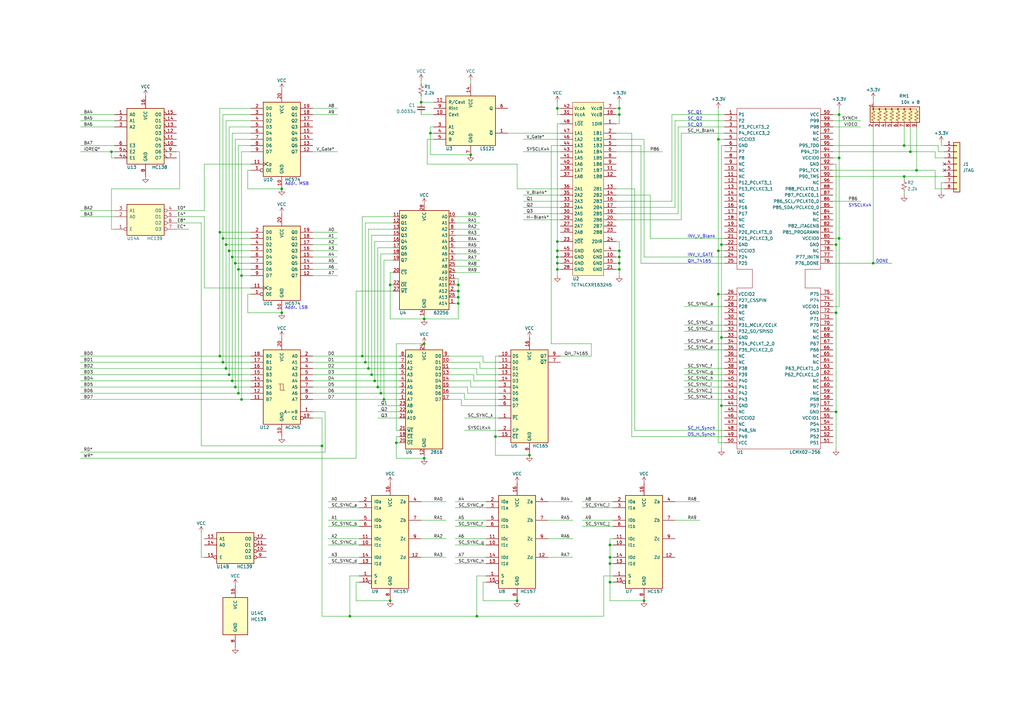
<source format=kicad_sch>
(kicad_sch (version 20211123) (generator eeschema)
  (paper "A3")
  (junction (at 295.91 166.37))
  (junction (at 344.17 46.99))
  (junction (at 254 105.41))
  (junction (at 358.14 107.95))
  (junction (at 294.64 102.87))
  (junction (at 254 110.49))
  (junction (at 294.64 57.15))
  (junction (at 373.38 62.23))
  (junction (at 193.04 63.5))
  (junction (at 96.52 107.95))
  (junction (at 250.19 223.52))
  (junction (at 176.53 54.61))
  (junction (at 95.25 156.21))
  (junction (at 93.98 102.87))
  (junction (at 203.2 179.07))
  (junction (at 375.92 69.85))
  (junction (at 250.19 238.76))
  (junction (at 97.79 161.29))
  (junction (at 160.02 246.38))
  (junction (at 212.09 246.38))
  (junction (at 342.9 128.27))
  (junction (at 91.44 97.79))
  (junction (at 228.6 105.41))
  (junction (at 153.67 156.21))
  (junction (at 250.19 231.14))
  (junction (at 93.98 153.67))
  (junction (at 344.17 97.79))
  (junction (at 187.96 121.92))
  (junction (at 154.94 158.75))
  (junction (at 96.52 158.75))
  (junction (at 228.6 107.95))
  (junction (at 342.9 168.91))
  (junction (at 344.17 64.77))
  (junction (at 99.06 163.83))
  (junction (at 187.96 116.84))
  (junction (at 173.99 187.96))
  (junction (at 90.17 95.25))
  (junction (at 370.84 72.39))
  (junction (at 217.17 186.69))
  (junction (at 152.4 153.67))
  (junction (at 157.48 163.83))
  (junction (at 92.71 100.33))
  (junction (at 156.21 161.29))
  (junction (at 172.72 41.91))
  (junction (at 148.59 146.05))
  (junction (at 92.71 151.13))
  (junction (at 250.19 228.6))
  (junction (at 162.56 181.61))
  (junction (at 195.58 252.73))
  (junction (at 254 46.99))
  (junction (at 228.6 110.49))
  (junction (at 254 107.95))
  (junction (at 143.51 252.73))
  (junction (at 160.02 116.84))
  (junction (at 90.17 146.05))
  (junction (at 97.79 110.49))
  (junction (at 264.16 246.38))
  (junction (at 173.99 130.81))
  (junction (at 228.6 102.87))
  (junction (at 95.25 105.41))
  (junction (at 151.13 151.13))
  (junction (at 115.57 128.27))
  (junction (at 187.96 119.38))
  (junction (at 149.86 148.59))
  (junction (at 115.57 77.47))
  (junction (at 295.91 100.33))
  (junction (at 228.6 99.06))
  (junction (at 370.84 59.69))
  (junction (at 342.9 100.33))
  (junction (at 254 44.45))
  (junction (at 91.44 148.59))
  (junction (at 295.91 138.43))
  (junction (at 45.72 62.23))
  (junction (at 99.06 113.03))
  (junction (at 187.96 124.46))
  (junction (at 294.64 120.65))
  (junction (at 132.08 182.88))
  (junction (at 254 102.87))
  (junction (at 228.6 44.45))
  (junction (at 173.99 140.97))
  (no_connect (at 387.35 67.31))
  (no_connect (at 387.35 69.85))
  (wire (pts (xy 250.19 223.52) (xy 250.19 228.6)))
  (wire (pts (xy 97.79 110.49) (xy 97.79 161.29)))
  (wire (pts (xy 91.44 97.79) (xy 102.87 97.79)))
  (wire (pts (xy 161.29 111.76) (xy 160.02 111.76)))
  (wire (pts (xy 186.69 205.74) (xy 199.39 205.74)))
  (wire (pts (xy 161.29 104.14) (xy 156.21 104.14)))
  (wire (pts (xy 172.72 220.98) (xy 182.88 220.98)))
  (wire (pts (xy 97.79 110.49) (xy 102.87 110.49)))
  (wire (pts (xy 147.32 238.76) (xy 146.05 238.76)))
  (wire (pts (xy 370.84 72.39) (xy 387.35 72.39)))
  (wire (pts (xy 194.31 153.67) (xy 194.31 156.21)))
  (wire (pts (xy 297.18 46.99) (xy 275.59 46.99)))
  (wire (pts (xy 198.12 238.76) (xy 198.12 246.38)))
  (wire (pts (xy 252.73 99.06) (xy 254 99.06)))
  (wire (pts (xy 297.18 138.43) (xy 295.91 138.43)))
  (wire (pts (xy 229.87 146.05) (xy 242.57 146.05)))
  (wire (pts (xy 154.94 171.45) (xy 163.83 171.45)))
  (wire (pts (xy 97.79 110.49) (xy 97.79 59.69)))
  (wire (pts (xy 204.47 146.05) (xy 203.2 146.05)))
  (wire (pts (xy 264.16 105.41) (xy 297.18 105.41)))
  (wire (pts (xy 252.73 50.8) (xy 254 50.8)))
  (wire (pts (xy 341.63 52.07) (xy 353.06 52.07)))
  (wire (pts (xy 187.96 121.92) (xy 187.96 124.46)))
  (wire (pts (xy 177.8 57.15) (xy 175.26 57.15)))
  (wire (pts (xy 45.72 62.23) (xy 45.72 64.77)))
  (wire (pts (xy 262.89 107.95) (xy 297.18 107.95)))
  (wire (pts (xy 342.9 100.33) (xy 341.63 100.33)))
  (wire (pts (xy 295.91 100.33) (xy 295.91 138.43)))
  (wire (pts (xy 341.63 69.85) (xy 375.92 69.85)))
  (wire (pts (xy 370.84 72.39) (xy 370.84 73.66)))
  (wire (pts (xy 148.59 146.05) (xy 163.83 146.05)))
  (wire (pts (xy 45.72 77.47) (xy 45.72 93.98)))
  (wire (pts (xy 128.27 46.99) (xy 138.43 46.99)))
  (wire (pts (xy 186.69 116.84) (xy 187.96 116.84)))
  (wire (pts (xy 187.96 114.3) (xy 187.96 116.84)))
  (wire (pts (xy 251.46 220.98) (xy 250.19 220.98)))
  (wire (pts (xy 342.9 168.91) (xy 342.9 128.27)))
  (wire (pts (xy 341.63 168.91) (xy 342.9 168.91)))
  (wire (pts (xy 228.6 99.06) (xy 228.6 102.87)))
  (wire (pts (xy 134.62 208.28) (xy 147.32 208.28)))
  (wire (pts (xy 212.09 77.47) (xy 212.09 67.31)))
  (wire (pts (xy 33.02 151.13) (xy 92.71 151.13)))
  (wire (pts (xy 186.69 215.9) (xy 199.39 215.9)))
  (wire (pts (xy 280.67 161.29) (xy 297.18 161.29)))
  (wire (pts (xy 187.96 130.81) (xy 173.99 130.81)))
  (wire (pts (xy 228.6 50.8) (xy 228.6 99.06)))
  (wire (pts (xy 102.87 163.83) (xy 99.06 163.83)))
  (wire (pts (xy 45.72 62.23) (xy 46.99 62.23)))
  (wire (pts (xy 152.4 153.67) (xy 163.83 153.67)))
  (wire (pts (xy 294.64 120.65) (xy 297.18 120.65)))
  (wire (pts (xy 153.67 156.21) (xy 163.83 156.21)))
  (wire (pts (xy 184.15 148.59) (xy 196.85 148.59)))
  (wire (pts (xy 91.44 46.99) (xy 91.44 97.79)))
  (wire (pts (xy 173.99 130.81) (xy 173.99 129.54)))
  (wire (pts (xy 90.17 95.25) (xy 102.87 95.25)))
  (wire (pts (xy 276.86 205.74) (xy 287.02 205.74)))
  (wire (pts (xy 172.72 228.6) (xy 182.88 228.6)))
  (wire (pts (xy 90.17 44.45) (xy 102.87 44.45)))
  (wire (pts (xy 224.79 213.36) (xy 234.95 213.36)))
  (wire (pts (xy 294.64 181.61) (xy 294.64 120.65)))
  (wire (pts (xy 99.06 113.03) (xy 99.06 62.23)))
  (wire (pts (xy 186.69 213.36) (xy 199.39 213.36)))
  (wire (pts (xy 162.56 176.53) (xy 162.56 140.97)))
  (wire (pts (xy 384.81 62.23) (xy 387.35 62.23)))
  (wire (pts (xy 186.69 220.98) (xy 199.39 220.98)))
  (wire (pts (xy 242.57 140.97) (xy 242.57 146.05)))
  (wire (pts (xy 278.13 52.07) (xy 278.13 87.63)))
  (wire (pts (xy 186.69 99.06) (xy 196.85 99.06)))
  (wire (pts (xy 280.67 163.83) (xy 297.18 163.83)))
  (wire (pts (xy 163.83 179.07) (xy 162.56 179.07)))
  (wire (pts (xy 250.19 238.76) (xy 250.19 246.38)))
  (wire (pts (xy 186.69 208.28) (xy 199.39 208.28)))
  (wire (pts (xy 195.58 252.73) (xy 247.65 252.73)))
  (wire (pts (xy 91.44 97.79) (xy 91.44 148.59)))
  (wire (pts (xy 102.87 161.29) (xy 97.79 161.29)))
  (wire (pts (xy 280.67 151.13) (xy 297.18 151.13)))
  (wire (pts (xy 186.69 101.6) (xy 196.85 101.6)))
  (wire (pts (xy 83.82 86.36) (xy 83.82 67.31)))
  (wire (pts (xy 344.17 125.73) (xy 344.17 97.79)))
  (wire (pts (xy 186.69 111.76) (xy 196.85 111.76)))
  (wire (pts (xy 95.25 105.41) (xy 102.87 105.41)))
  (wire (pts (xy 214.63 82.55) (xy 229.87 82.55)))
  (wire (pts (xy 161.29 106.68) (xy 157.48 106.68)))
  (wire (pts (xy 383.54 62.23) (xy 383.54 64.77)))
  (wire (pts (xy 344.17 64.77) (xy 344.17 46.99)))
  (wire (pts (xy 250.19 231.14) (xy 251.46 231.14)))
  (wire (pts (xy 176.53 52.07) (xy 176.53 54.61)))
  (wire (pts (xy 262.89 59.69) (xy 262.89 107.95)))
  (wire (pts (xy 373.38 62.23) (xy 383.54 62.23)))
  (wire (pts (xy 101.6 120.65) (xy 102.87 120.65)))
  (wire (pts (xy 229.87 77.47) (xy 212.09 77.47)))
  (wire (pts (xy 208.28 54.61) (xy 229.87 54.61)))
  (wire (pts (xy 128.27 158.75) (xy 154.94 158.75)))
  (wire (pts (xy 276.86 85.09) (xy 276.86 49.53)))
  (wire (pts (xy 228.6 107.95) (xy 228.6 110.49)))
  (wire (pts (xy 190.5 171.45) (xy 204.47 171.45)))
  (wire (pts (xy 134.62 213.36) (xy 147.32 213.36)))
  (wire (pts (xy 186.69 124.46) (xy 187.96 124.46)))
  (wire (pts (xy 93.98 52.07) (xy 93.98 102.87)))
  (wire (pts (xy 186.69 231.14) (xy 199.39 231.14)))
  (wire (pts (xy 33.02 158.75) (xy 96.52 158.75)))
  (wire (pts (xy 184.15 161.29) (xy 190.5 161.29)))
  (wire (pts (xy 146.05 119.38) (xy 146.05 187.96)))
  (wire (pts (xy 147.32 236.22) (xy 143.51 236.22)))
  (wire (pts (xy 33.02 187.96) (xy 146.05 187.96)))
  (wire (pts (xy 297.18 52.07) (xy 278.13 52.07)))
  (wire (pts (xy 295.91 166.37) (xy 297.18 166.37)))
  (wire (pts (xy 161.29 93.98) (xy 151.13 93.98)))
  (wire (pts (xy 344.17 46.99) (xy 341.63 46.99)))
  (wire (pts (xy 151.13 93.98) (xy 151.13 151.13)))
  (wire (pts (xy 143.51 236.22) (xy 143.51 252.73)))
  (wire (pts (xy 228.6 99.06) (xy 229.87 99.06)))
  (wire (pts (xy 97.79 59.69) (xy 102.87 59.69)))
  (wire (pts (xy 83.82 67.31) (xy 102.87 67.31)))
  (wire (pts (xy 259.08 54.61) (xy 259.08 179.07)))
  (wire (pts (xy 128.27 95.25) (xy 138.43 95.25)))
  (wire (pts (xy 101.6 128.27) (xy 115.57 128.27)))
  (wire (pts (xy 203.2 179.07) (xy 203.2 186.69)))
  (wire (pts (xy 259.08 179.07) (xy 297.18 179.07)))
  (wire (pts (xy 294.64 102.87) (xy 297.18 102.87)))
  (wire (pts (xy 46.99 64.77) (xy 45.72 64.77)))
  (wire (pts (xy 252.73 54.61) (xy 259.08 54.61)))
  (wire (pts (xy 280.67 135.89) (xy 297.18 135.89)))
  (wire (pts (xy 134.62 215.9) (xy 147.32 215.9)))
  (wire (pts (xy 247.65 236.22) (xy 247.65 252.73)))
  (wire (pts (xy 83.82 228.6) (xy 82.55 228.6)))
  (wire (pts (xy 341.63 107.95) (xy 358.14 107.95)))
  (wire (pts (xy 92.71 100.33) (xy 92.71 151.13)))
  (wire (pts (xy 341.63 125.73) (xy 344.17 125.73)))
  (wire (pts (xy 250.19 220.98) (xy 250.19 223.52)))
  (wire (pts (xy 102.87 156.21) (xy 95.25 156.21)))
  (wire (pts (xy 128.27 113.03) (xy 138.43 113.03)))
  (wire (pts (xy 73.66 77.47) (xy 45.72 77.47)))
  (wire (pts (xy 252.73 82.55) (xy 275.59 82.55)))
  (wire (pts (xy 128.27 163.83) (xy 157.48 163.83)))
  (wire (pts (xy 33.02 86.36) (xy 46.99 86.36)))
  (wire (pts (xy 344.17 97.79) (xy 341.63 97.79)))
  (wire (pts (xy 184.15 163.83) (xy 189.23 163.83)))
  (wire (pts (xy 134.62 220.98) (xy 147.32 220.98)))
  (wire (pts (xy 176.53 54.61) (xy 177.8 54.61)))
  (wire (pts (xy 228.6 105.41) (xy 229.87 105.41)))
  (wire (pts (xy 238.76 215.9) (xy 251.46 215.9)))
  (wire (pts (xy 266.7 97.79) (xy 266.7 80.01)))
  (wire (pts (xy 186.69 96.52) (xy 196.85 96.52)))
  (wire (pts (xy 370.84 80.01) (xy 370.84 78.74)))
  (wire (pts (xy 33.02 59.69) (xy 46.99 59.69)))
  (wire (pts (xy 195.58 236.22) (xy 195.58 252.73)))
  (wire (pts (xy 92.71 100.33) (xy 102.87 100.33)))
  (wire (pts (xy 92.71 49.53) (xy 102.87 49.53)))
  (wire (pts (xy 177.8 52.07) (xy 176.53 52.07)))
  (wire (pts (xy 149.86 148.59) (xy 163.83 148.59)))
  (wire (pts (xy 156.21 104.14) (xy 156.21 161.29)))
  (wire (pts (xy 184.15 156.21) (xy 193.04 156.21)))
  (wire (pts (xy 342.9 168.91) (xy 342.9 184.15)))
  (wire (pts (xy 228.6 102.87) (xy 228.6 105.41)))
  (wire (pts (xy 143.51 252.73) (xy 195.58 252.73)))
  (wire (pts (xy 358.14 107.95) (xy 365.76 107.95)))
  (wire (pts (xy 383.54 64.77) (xy 387.35 64.77)))
  (wire (pts (xy 238.76 208.28) (xy 251.46 208.28)))
  (wire (pts (xy 199.39 238.76) (xy 198.12 238.76)))
  (wire (pts (xy 133.35 168.91) (xy 133.35 185.42)))
  (wire (pts (xy 254 41.91) (xy 254 44.45)))
  (wire (pts (xy 161.29 96.52) (xy 152.4 96.52)))
  (wire (pts (xy 156.21 161.29) (xy 163.83 161.29)))
  (wire (pts (xy 275.59 46.99) (xy 275.59 82.55)))
  (wire (pts (xy 370.84 52.07) (xy 370.84 59.69)))
  (wire (pts (xy 146.05 238.76) (xy 146.05 246.38)))
  (wire (pts (xy 33.02 163.83) (xy 99.06 163.83)))
  (wire (pts (xy 280.67 125.73) (xy 297.18 125.73)))
  (wire (pts (xy 33.02 88.9) (xy 46.99 88.9)))
  (wire (pts (xy 279.4 54.61) (xy 297.18 54.61)))
  (wire (pts (xy 186.69 223.52) (xy 199.39 223.52)))
  (wire (pts (xy 260.35 77.47) (xy 260.35 176.53)))
  (wire (pts (xy 172.72 213.36) (xy 182.88 213.36)))
  (wire (pts (xy 33.02 62.23) (xy 45.72 62.23)))
  (wire (pts (xy 73.66 62.23) (xy 73.66 77.47)))
  (wire (pts (xy 294.64 102.87) (xy 294.64 120.65)))
  (wire (pts (xy 148.59 88.9) (xy 148.59 146.05)))
  (wire (pts (xy 33.02 52.07) (xy 46.99 52.07)))
  (wire (pts (xy 228.6 46.99) (xy 229.87 46.99)))
  (wire (pts (xy 193.04 158.75) (xy 204.47 158.75)))
  (wire (pts (xy 295.91 59.69) (xy 295.91 100.33)))
  (wire (pts (xy 96.52 158.75) (xy 102.87 158.75)))
  (wire (pts (xy 153.67 99.06) (xy 153.67 156.21)))
  (wire (pts (xy 128.27 62.23) (xy 138.43 62.23)))
  (wire (pts (xy 342.9 128.27) (xy 341.63 128.27)))
  (wire (pts (xy 229.87 50.8) (xy 228.6 50.8)))
  (wire (pts (xy 96.52 107.95) (xy 102.87 107.95)))
  (wire (pts (xy 176.53 63.5) (xy 193.04 63.5)))
  (wire (pts (xy 229.87 59.69) (xy 226.06 59.69)))
  (wire (pts (xy 132.08 171.45) (xy 132.08 182.88)))
  (wire (pts (xy 190.5 161.29) (xy 190.5 163.83)))
  (wire (pts (xy 264.16 57.15) (xy 264.16 105.41)))
  (wire (pts (xy 251.46 238.76) (xy 250.19 238.76)))
  (wire (pts (xy 279.4 54.61) (xy 279.4 90.17)))
  (wire (pts (xy 344.17 44.45) (xy 344.17 46.99)))
  (wire (pts (xy 226.06 59.69) (xy 226.06 140.97)))
  (wire (pts (xy 214.63 57.15) (xy 229.87 57.15)))
  (wire (pts (xy 162.56 187.96) (xy 173.99 187.96)))
  (wire (pts (xy 224.79 205.74) (xy 234.95 205.74)))
  (wire (pts (xy 154.94 101.6) (xy 154.94 158.75)))
  (wire (pts (xy 189.23 166.37) (xy 204.47 166.37)))
  (wire (pts (xy 184.15 146.05) (xy 198.12 146.05)))
  (wire (pts (xy 162.56 179.07) (xy 162.56 181.61)))
  (wire (pts (xy 254 99.06) (xy 254 102.87)))
  (wire (pts (xy 252.73 110.49) (xy 254 110.49)))
  (wire (pts (xy 72.39 86.36) (xy 83.82 86.36)))
  (wire (pts (xy 295.91 166.37) (xy 295.91 184.15)))
  (wire (pts (xy 101.6 69.85) (xy 102.87 69.85)))
  (wire (pts (xy 187.96 124.46) (xy 187.96 130.81)))
  (wire (pts (xy 90.17 95.25) (xy 90.17 146.05)))
  (wire (pts (xy 280.67 153.67) (xy 297.18 153.67)))
  (wire (pts (xy 254 107.95) (xy 254 110.49)))
  (wire (pts (xy 161.29 99.06) (xy 153.67 99.06)))
  (wire (pts (xy 132.08 252.73) (xy 143.51 252.73)))
  (wire (pts (xy 172.72 205.74) (xy 182.88 205.74)))
  (wire (pts (xy 157.48 106.68) (xy 157.48 163.83)))
  (wire (pts (xy 162.56 181.61) (xy 162.56 187.96)))
  (wire (pts (xy 279.4 90.17) (xy 252.73 90.17)))
  (wire (pts (xy 203.2 179.07) (xy 204.47 179.07)))
  (wire (pts (xy 276.86 213.36) (xy 287.02 213.36)))
  (wire (pts (xy 250.19 228.6) (xy 250.19 231.14)))
  (wire (pts (xy 195.58 151.13) (xy 195.58 153.67)))
  (wire (pts (xy 186.69 93.98) (xy 196.85 93.98)))
  (wire (pts (xy 294.64 44.45) (xy 294.64 57.15)))
  (wire (pts (xy 82.55 218.44) (xy 82.55 228.6)))
  (wire (pts (xy 186.69 104.14) (xy 196.85 104.14)))
  (wire (pts (xy 186.69 121.92) (xy 187.96 121.92)))
  (wire (pts (xy 128.27 151.13) (xy 151.13 151.13)))
  (wire (pts (xy 33.02 49.53) (xy 46.99 49.53)))
  (wire (pts (xy 191.77 161.29) (xy 204.47 161.29)))
  (wire (pts (xy 33.02 148.59) (xy 91.44 148.59)))
  (wire (pts (xy 186.69 114.3) (xy 187.96 114.3)))
  (wire (pts (xy 95.25 105.41) (xy 95.25 54.61)))
  (wire (pts (xy 184.15 158.75) (xy 191.77 158.75)))
  (wire (pts (xy 196.85 151.13) (xy 204.47 151.13)))
  (wire (pts (xy 214.63 80.01) (xy 229.87 80.01)))
  (wire (pts (xy 195.58 153.67) (xy 204.47 153.67)))
  (wire (pts (xy 254 46.99) (xy 254 50.8)))
  (wire (pts (xy 250.19 231.14) (xy 250.19 238.76)))
  (wire (pts (xy 341.63 72.39) (xy 370.84 72.39)))
  (wire (pts (xy 175.26 57.15) (xy 175.26 67.31)))
  (wire (pts (xy 344.17 64.77) (xy 341.63 64.77)))
  (wire (pts (xy 341.63 67.31) (xy 342.9 67.31)))
  (wire (pts (xy 93.98 102.87) (xy 102.87 102.87)))
  (wire (pts (xy 187.96 119.38) (xy 187.96 121.92)))
  (wire (pts (xy 128.27 153.67) (xy 152.4 153.67)))
  (wire (pts (xy 198.12 246.38) (xy 212.09 246.38)))
  (wire (pts (xy 33.02 156.21) (xy 95.25 156.21)))
  (wire (pts (xy 33.02 146.05) (xy 90.17 146.05)))
  (wire (pts (xy 72.39 88.9) (xy 83.82 88.9)))
  (wire (pts (xy 370.84 59.69) (xy 384.81 59.69)))
  (wire (pts (xy 373.38 52.07) (xy 373.38 62.23)))
  (wire (pts (xy 383.54 77.47) (xy 387.35 77.47)))
  (wire (pts (xy 196.85 148.59) (xy 196.85 151.13)))
  (wire (pts (xy 128.27 148.59) (xy 149.86 148.59)))
  (wire (pts (xy 102.87 151.13) (xy 92.71 151.13)))
  (wire (pts (xy 186.69 109.22) (xy 196.85 109.22)))
  (wire (pts (xy 102.87 57.15) (xy 96.52 57.15)))
  (wire (pts (xy 252.73 102.87) (xy 254 102.87)))
  (wire (pts (xy 101.6 120.65) (xy 101.6 128.27)))
  (wire (pts (xy 260.35 176.53) (xy 297.18 176.53)))
  (wire (pts (xy 154.94 158.75) (xy 163.83 158.75)))
  (wire (pts (xy 128.27 102.87) (xy 138.43 102.87)))
  (wire (pts (xy 82.55 91.44) (xy 82.55 182.88)))
  (wire (pts (xy 162.56 140.97) (xy 173.99 140.97)))
  (wire (pts (xy 198.12 148.59) (xy 204.47 148.59)))
  (wire (pts (xy 172.72 39.37) (xy 172.72 41.91)))
  (wire (pts (xy 46.99 46.99) (xy 33.02 46.99)))
  (wire (pts (xy 191.77 158.75) (xy 191.77 161.29)))
  (wire (pts (xy 295.91 100.33) (xy 297.18 100.33)))
  (wire (pts (xy 186.69 88.9) (xy 196.85 88.9)))
  (wire (pts (xy 186.69 228.6) (xy 199.39 228.6)))
  (wire (pts (xy 252.73 107.95) (xy 254 107.95)))
  (wire (pts (xy 151.13 151.13) (xy 163.83 151.13)))
  (wire (pts (xy 226.06 140.97) (xy 242.57 140.97)))
  (wire (pts (xy 93.98 102.87) (xy 93.98 153.67)))
  (wire (pts (xy 252.73 87.63) (xy 278.13 87.63)))
  (wire (pts (xy 128.27 44.45) (xy 138.43 44.45)))
  (wire (pts (xy 33.02 153.67) (xy 93.98 153.67)))
  (wire (pts (xy 128.27 100.33) (xy 138.43 100.33)))
  (wire (pts (xy 128.27 97.79) (xy 138.43 97.79)))
  (wire (pts (xy 83.82 88.9) (xy 83.82 118.11)))
  (wire (pts (xy 184.15 153.67) (xy 194.31 153.67)))
  (wire (pts (xy 344.17 97.79) (xy 344.17 64.77)))
  (wire (pts (xy 157.48 163.83) (xy 163.83 163.83)))
  (wire (pts (xy 149.86 91.44) (xy 149.86 148.59)))
  (wire (pts (xy 173.99 187.96) (xy 173.99 186.69)))
  (wire (pts (xy 254 102.87) (xy 254 105.41)))
  (wire (pts (xy 297.18 57.15) (xy 294.64 57.15)))
  (wire (pts (xy 190.5 163.83) (xy 204.47 163.83)))
  (wire (pts (xy 93.98 153.67) (xy 102.87 153.67)))
  (wire (pts (xy 198.12 146.05) (xy 198.12 148.59)))
  (wire (pts (xy 386.08 74.93) (xy 386.08 78.74)))
  (wire (pts (xy 214.63 85.09) (xy 229.87 85.09)))
  (wire (pts (xy 72.39 93.98) (xy 77.47 93.98)))
  (wire (pts (xy 132.08 252.73) (xy 132.08 182.88)))
  (wire (pts (xy 251.46 236.22) (xy 247.65 236.22)))
  (wire (pts (xy 194.31 156.21) (xy 204.47 156.21)))
  (wire (pts (xy 99.06 113.03) (xy 102.87 113.03)))
  (wire (pts (xy 134.62 205.74) (xy 147.32 205.74)))
  (wire (pts (xy 252.73 77.47) (xy 260.35 77.47)))
  (wire (pts (xy 128.27 171.45) (xy 132.08 171.45)))
  (wire (pts (xy 101.6 77.47) (xy 115.57 77.47)))
  (wire (pts (xy 229.87 102.87) (xy 228.6 102.87)))
  (wire (pts (xy 203.2 186.69) (xy 217.17 186.69)))
  (wire (pts (xy 134.62 228.6) (xy 147.32 228.6)))
  (wire (pts (xy 172.72 46.99) (xy 177.8 46.99)))
  (wire (pts (xy 160.02 111.76) (xy 160.02 116.84)))
  (wire (pts (xy 101.6 69.85) (xy 101.6 77.47)))
  (wire (pts (xy 186.69 106.68) (xy 196.85 106.68)))
  (wire (pts (xy 163.83 176.53) (xy 162.56 176.53)))
  (wire (pts (xy 128.27 107.95) (xy 138.43 107.95)))
  (wire (pts (xy 176.53 54.61) (xy 176.53 63.5)))
  (wire (pts (xy 160.02 116.84) (xy 161.29 116.84)))
  (wire (pts (xy 342.9 67.31) (xy 342.9 100.33)))
  (wire (pts (xy 387.35 74.93) (xy 386.08 74.93)))
  (wire (pts (xy 228.6 107.95) (xy 229.87 107.95)))
  (wire (pts (xy 190.5 176.53) (xy 204.47 176.53)))
  (wire (pts (xy 152.4 96.52) (xy 152.4 153.67)))
  (wire (pts (xy 280.67 140.97) (xy 297.18 140.97)))
  (wire (pts (xy 250.19 228.6) (xy 251.46 228.6)))
  (wire (pts (xy 134.62 223.52) (xy 147.32 223.52)))
  (wire (pts (xy 186.69 119.38) (xy 187.96 119.38)))
  (wire (pts (xy 99.06 113.03) (xy 99.06 163.83)))
  (wire (pts (xy 128.27 156.21) (xy 153.67 156.21)))
  (wire (pts (xy 228.6 110.49) (xy 229.87 110.49)))
  (wire (pts (xy 386.08 58.42) (xy 386.08 59.69)))
  (wire (pts (xy 250.19 223.52) (xy 251.46 223.52)))
  (wire (pts (xy 214.63 90.17) (xy 229.87 90.17)))
  (wire (pts (xy 341.63 49.53) (xy 353.06 49.53)))
  (wire (pts (xy 341.63 62.23) (xy 373.38 62.23)))
  (wire (pts (xy 90.17 95.25) (xy 90.17 44.45)))
  (wire (pts (xy 228.6 41.91) (xy 228.6 44.45)))
  (wire (pts (xy 193.04 34.29) (xy 193.04 33.02)))
  (wire (pts (xy 228.6 44.45) (xy 229.87 44.45)))
  (wire (pts (xy 384.81 59.69) (xy 384.81 62.23)))
  (wire (pts (xy 203.2 146.05) (xy 203.2 179.07)))
  (wire (pts (xy 254 46.99) (xy 252.73 46.99)))
  (wire (pts (xy 193.04 156.21) (xy 193.04 158.75)))
  (wire (pts (xy 280.67 156.21) (xy 297.18 156.21)))
  (wire (pts (xy 45.72 93.98) (xy 46.99 93.98)))
  (wire (pts (xy 186.69 91.44) (xy 196.85 91.44)))
  (wire (pts (xy 172.72 41.91) (xy 177.8 41.91)))
  (wire (pts (xy 99.06 62.23) (xy 102.87 62.23)))
  (wire (pts (xy 83.82 118.11) (xy 102.87 118.11)))
  (wire (pts (xy 146.05 246.38) (xy 160.02 246.38)))
  (wire (pts (xy 276.86 49.53) (xy 297.18 49.53)))
  (wire (pts (xy 96.52 107.95) (xy 96.52 158.75)))
  (wire (pts (xy 297.18 97.79) (xy 266.7 97.79)))
  (wire (pts (xy 254 105.41) (xy 254 107.95)))
  (wire (pts (xy 214.63 62.23) (xy 229.87 62.23)))
  (wire (pts (xy 383.54 69.85) (xy 383.54 77.47)))
  (wire (pts (xy 161.29 119.38) (xy 146.05 119.38)))
  (wire (pts (xy 134.62 231.14) (xy 147.32 231.14)))
  (wire (pts (xy 252.73 44.45) (xy 254 44.45)))
  (wire (pts (xy 128.27 110.49) (xy 138.43 110.49)))
  (wire (pts (xy 92.71 100.33) (xy 92.71 49.53)))
  (wire (pts (xy 297.18 181.61) (xy 294.64 181.61)))
  (wire (pts (xy 160.02 130.81) (xy 173.99 130.81)))
  (wire (pts (xy 280.67 143.51) (xy 297.18 143.51)))
  (wire (pts (xy 252.73 59.69) (xy 262.89 59.69)))
  (wire (pts (xy 154.94 166.37) (xy 163.83 166.37)))
  (wire (pts (xy 33.02 185.42) (xy 133.35 185.42)))
  (wire (pts (xy 252.73 62.23) (xy 271.78 62.23)))
  (wire (pts (xy 297.18 59.69) (xy 295.91 59.69)))
  (wire (pts (xy 341.63 59.69) (xy 370.84 59.69)))
  (wire (pts (xy 128.27 168.91) (xy 133.35 168.91)))
  (wire (pts (xy 342.9 100.33) (xy 342.9 128.27)))
  (wire (pts (xy 214.63 87.63) (xy 229.87 87.63)))
  (wire (pts (xy 102.87 52.07) (xy 93.98 52.07)))
  (wire (pts (xy 161.29 101.6) (xy 154.94 101.6)))
  (wire (pts (xy 254 110.49) (xy 254 113.03)))
  (wire (pts (xy 295.91 138.43) (xy 295.91 166.37)))
  (wire (pts (xy 280.67 158.75) (xy 297.18 158.75)))
  (wire (pts (xy 252.73 85.09) (xy 276.86 85.09)))
  (wire (pts (xy 175.26 67.31) (xy 212.09 67.31)))
  (wire (pts (xy 128.27 105.41) (xy 138.43 105.41)))
  (wire (pts (xy 154.94 168.91) (xy 163.83 168.91)))
  (wire (pts (xy 187.96 116.84) (xy 187.96 119.38)))
  (wire (pts (xy 254 44.45) (xy 254 46.99)))
  (wire (pts (xy 193.04 64.77) (xy 193.04 63.5)))
  (wire (pts (xy 91.44 148.59) (xy 102.87 148.59)))
  (wire (pts (xy 162.56 181.61) (xy 163.83 181.61)))
  (wire (pts (xy 102.87 46.99) (xy 91.44 46.99)))
  (wire (pts (xy 252.73 105.41) (xy 254 105.41)))
  (wire (pts (xy 95.25 105.41) (xy 95.25 156.21)))
  (wire (pts (xy 238.76 205.74) (xy 251.46 205.74)))
  (wire (pts (xy 161.29 91.44) (xy 149.86 91.44)))
  (wire (pts (xy 160.02 116.84) (xy 160.02 130.81)))
  (wire (pts (xy 228.6 110.49) (xy 228.6 113.03)))
  (wire (pts (xy 294.64 57.15) (xy 294.64 102.87)))
  (wire (pts (xy 33.02 161.29) (xy 97.79 161.29)))
  (wire (pts (xy 228.6 105.41) (xy 228.6 107.95)))
  (wire (pts (xy 341.63 82.55) (xy 353.06 82.55)))
  (wire (pts (xy 375.92 69.85) (xy 383.54 69.85)))
  (wire (pts (xy 189.23 163.83) (xy 189.23 166.37)))
  (wire (pts (xy 95.25 54.61) (xy 102.87 54.61)))
  (wire (pts (xy 266.7 80.01) (xy 252.73 80.01)))
  (wire (pts (xy 128.27 146.05) (xy 148.59 146.05)))
  (wire (pts (xy 224.79 220.98) (xy 234.95 220.98)))
  (wire (pts (xy 250.19 246.38) (xy 264.16 246.38)))
  (wire (pts (xy 72.39 91.44) (xy 82.55 91.44)))
  (wire (pts (xy 228.6 44.45) (xy 228.6 46.99)))
  (wire (pts (xy 96.52 57.15) (xy 96.52 107.95)))
  (wire (pts (xy 184.15 151.13) (xy 195.58 151.13)))
  (wire (pts (xy 82.55 182.88) (xy 132.08 182.88)))
  (wire (pts (xy 161.29 88.9) (xy 148.59 88.9)))
  (wire (pts (xy 199.39 236.22) (xy 195.58 236.22)))
  (wire (pts (xy 375.92 52.07) (xy 375.92 69.85)))
  (wire (pts (xy 238.76 213.36) (xy 251.46 213.36)))
  (wire (pts (xy 172.72 33.02) (xy 172.72 34.29)))
  (wire (pts (xy 128.27 161.29) (xy 156.21 161.29)))
  (wire (pts (xy 358.14 40.64) (xy 358.14 41.91)))
  (wire (pts (xy 102.87 146.05) (xy 90.17 146.05)))
  (wire (pts (xy 224.79 228.6) (xy 234.95 228.6)))
  (wire (pts (xy 387.35 59.69) (xy 386.08 59.69)))
  (wire (pts (xy 72.39 62.23) (xy 73.66 62.23)))
  (wire (pts (xy 280.67 133.35) (xy 297.18 133.35)))
  (wire (pts (xy 252.73 57.15) (xy 264.16 57.15)))
  (wire (pts (xy 358.14 52.07) (xy 358.14 107.95)))
  (text "Addr. MSB" (at 116.84 76.2 0) (effects (font (size 1.27 1.27)) (justify left bottom)))
  (text "Addr. LSB" (at 116.84 127 0) (effects (font (size 1.27 1.27)) (justify left bottom)))
  (text "OS_H_Synch" (at 281.94 179.07 0) (effects (font (size 1.27 1.27)) (justify left bottom)))
  (text "SYSCLKx4" (at 347.98 85.09 0) (effects (font (size 1.27 1.27)) (justify left bottom)))
  (text "SC_H_Synch" (at 281.94 176.53 0) (effects (font (size 1.27 1.27)) (justify left bottom)))
  (text "SC_Q2" (at 281.94 49.53 0) (effects (font (size 1.27 1.27)) (justify left bottom)))
  (text "DONE" (at 364.49 107.95 180) (effects (font (size 1.27 1.27)) (justify right bottom)))
  (text "INV_V_GATE" (at 281.94 105.41 0) (effects (font (size 1.27 1.27)) (justify left bottom)))
  (text "SC_Q1" (at 281.94 46.99 0) (effects (font (size 1.27 1.27)) (justify left bottom)))
  (text "INV_V_Blank" (at 281.94 97.79 0) (effects (font (size 1.27 1.27)) (justify left bottom)))
  (text "QH_74165" (at 281.94 107.95 0) (effects (font (size 1.27 1.27)) (justify left bottom)))
  (text "SC_Q3" (at 281.94 52.07 0) (effects (font (size 1.27 1.27)) (justify left bottom)))
  (label "WR*" (at 34.29 187.96 0))
  (label "RA1" (at 195.58 91.44 180))
  (label "RA6" (at 195.58 104.14 180))
  (label "A3" (at 135.89 228.6 0))
  (label "D2" (at 137.16 151.13 180))
  (label "RA5" (at 195.58 101.6 180))
  (label "SC_SYNC_k" (at 191.77 171.45 0))
  (label "RA2" (at 195.58 93.98 180))
  (label "D4" (at 137.16 156.21 180))
  (label "A7" (at 187.96 228.6 0))
  (label "SC_SYNC_i" (at 240.03 208.28 0))
  (label "A9" (at 240.03 213.36 0))
  (label "BD4" (at 34.29 156.21 0))
  (label "SC_SYNC_f" (at 187.96 215.9 0))
  (label "D7" (at 137.16 163.83 180))
  (label "RA9" (at 195.58 111.76 180))
  (label "A2" (at 135.89 220.98 0))
  (label "Q2" (at 215.9 85.09 0))
  (label "RA2" (at 181.61 220.98 180))
  (label "Q1" (at 156.21 166.37 0))
  (label "A8" (at 137.16 44.45 180))
  (label "SC_SYNC_d" (at 135.89 231.14 0))
  (label "A0" (at 137.16 95.25 180))
  (label "V_Blank*" (at 215.9 80.01 0))
  (label "P86" (at 351.79 82.55 180))
  (label "RA4" (at 233.68 205.74 180))
  (label "SC_SYNC_h" (at 187.96 231.14 0))
  (label "BA3" (at 34.29 88.9 0))
  (label "VIDEO" (at 351.79 52.07 180))
  (label "SC_SYNC_a" (at 135.89 208.28 0))
  (label "D6" (at 137.16 161.29 180))
  (label "BA5" (at 34.29 49.53 0))
  (label "BD6" (at 34.29 161.29 0))
  (label "SC_SYNC_f" (at 281.94 151.13 0))
  (label "SYSCLKx4" (at 215.9 62.23 0))
  (label "RA4" (at 195.58 99.06 180))
  (label "IOREQ*" (at 34.29 62.23 0))
  (label "A1" (at 137.16 97.79 180))
  (label "BD0" (at 34.29 146.05 0))
  (label "A6" (at 187.96 220.98 0))
  (label "BD3" (at 34.29 153.67 0))
  (label "EC*" (at 76.2 93.98 180))
  (label "Q3" (at 156.21 171.45 0))
  (label "RA3" (at 181.61 228.6 180))
  (label "RA5" (at 233.68 213.36 180))
  (label "D0" (at 137.16 146.05 180))
  (label "E8*" (at 76.2 91.44 180))
  (label "SC_SYNC_h" (at 281.94 156.21 0))
  (label "V_Gate*" (at 137.16 62.23 180))
  (label "SC_SYNC_k" (at 281.94 163.83 0))
  (label "SC_SYNC_g" (at 187.96 223.52 0))
  (label "A0" (at 135.89 205.74 0))
  (label "BD7" (at 34.29 163.83 0))
  (label "RA6" (at 233.68 220.98 180))
  (label "SC_SYNC_b" (at 281.94 133.35 0))
  (label "SYSCLKx4" (at 191.77 176.53 0))
  (label "SC_SYNC_e" (at 187.96 208.28 0))
  (label "RD*" (at 34.29 185.42 0))
  (label "D3" (at 137.16 153.67 180))
  (label "Q1" (at 215.9 82.55 0))
  (label "H-Blank*" (at 215.9 90.17 0))
  (label "RA8" (at 195.58 109.22 180))
  (label "A2" (at 137.16 100.33 180))
  (label "Q2" (at 156.21 168.91 0))
  (label "SC_SYNC_e" (at 281.94 143.51 0))
  (label "A5" (at 137.16 107.95 180))
  (label "A1" (at 135.89 213.36 0))
  (label "SYNCH" (at 351.79 49.53 180))
  (label "BD1" (at 34.29 148.59 0))
  (label "SC_SYNC_c" (at 281.94 135.89 0))
  (label "A7" (at 137.16 113.03 180))
  (label "E0*" (at 76.2 86.36 180))
  (label "V_Gate*" (at 215.9 57.15 0))
  (label "A4" (at 187.96 205.74 0))
  (label "A5" (at 187.96 213.36 0))
  (label "D1" (at 137.16 148.59 180))
  (label "SC_H_Blank" (at 281.94 54.61 0))
  (label "RA9" (at 285.75 213.36 180))
  (label "A3" (at 137.16 102.87 180))
  (label "SC_SYNC_c" (at 135.89 223.52 0))
  (label "SC_SYNC_b" (at 135.89 215.9 0))
  (label "BA7" (at 34.29 59.69 0))
  (label "BA2" (at 34.29 86.36 0))
  (label "A6" (at 137.16 110.49 180))
  (label "D5" (at 137.16 158.75 180))
  (label "SC_SYNC_g" (at 281.94 153.67 0))
  (label "SC_SYNC_i" (at 281.94 158.75 0))
  (label "BD2" (at 34.29 151.13 0))
  (label "P86" (at 270.51 62.23 180))
  (label "E4*" (at 76.2 88.9 180))
  (label "A8" (at 240.03 205.74 0))
  (label "QH_74165" (at 241.3 146.05 180))
  (label "SC_SYNC_j" (at 281.94 161.29 0))
  (label "RA7" (at 233.68 228.6 180))
  (label "SC_SYNC_j" (at 240.03 215.9 0))
  (label "SC_SYNC_a" (at 281.94 125.73 0))
  (label "RA8" (at 285.75 205.74 180))
  (label "BA6" (at 34.29 52.07 0))
  (label "RA0" (at 195.58 88.9 180))
  (label "RA0" (at 181.61 205.74 180))
  (label "RA7" (at 195.58 106.68 180))
  (label "BA4" (at 34.29 46.99 0))
  (label "RA3" (at 195.58 96.52 180))
  (label "Q3" (at 215.9 87.63 0))
  (label "RA1" (at 181.61 213.36 180))
  (label "SC_SYNC_d" (at 281.94 140.97 0))
  (label "A9" (at 137.16 46.99 180))
  (label "BD5" (at 34.29 158.75 0))
  (label "A4" (at 137.16 105.41 180))
  (symbol (lib_id "power:GND") (at 173.99 130.81 0) (unit 1)
    (property "Reference" "#PWR?" (effects hide))
    (property "Value" "GND" (effects hide))
  )
  (symbol (lib_id "74xx:74LS574") (at 115.57 57.15 0) (unit 1)
    (property "Reference" "U10" (at 107.95 73.66 0) (effects (justify left)))
    (property "Value" "HC574" (at 116.84 73.66 0) (effects (justify left)))
    (property "Datasheet" "http://www.ti.com/lit/gpn/sn74LS574" (effects hide))
  )
  (symbol (lib_id "power:VCC") (at 115.57 36.83 0) (unit 1)
    (property "Reference" "#PWR?" (effects hide))
    (property "Value" "VCC" (at 115.57 33.02 0))
  )
  (symbol (lib_id "power:VCC") (at 172.72 33.02 0) (unit 1)
    (property "Reference" "#PWR?" (effects hide))
    (property "Value" "VCC" (at 172.72 29.21 0))
  )
  (symbol (lib_id "74xx:74LS138") (at 59.69 54.61 0) (unit 1)
    (property "Reference" "U13" (at 52.07 68.58 0) (effects (justify left)))
    (property "Value" "HC138" (at 62.23 68.58 0) (effects (justify left)))
    (property "Datasheet" "http://www.ti.com/lit/gpn/sn74LS138" (effects hide))
  )
  (symbol (lib_id "power:GND") (at 173.99 187.96 0) (unit 1)
    (property "Reference" "#PWR?" (effects hide))
    (property "Value" "GND" (effects hide))
  )
  (symbol (lib_id "74xx:74LS245") (at 115.57 158.75 0) (mirror y) (unit 1)
    (property "Reference" "U12" (at 110.49 175.26 0) (effects (justify left)))
    (property "Value" "AC245" (at 123.19 175.26 0) (effects (justify left)))
    (property "Datasheet" "http://www.ti.com/lit/gpn/sn74LS245" (effects hide))
  )
  (symbol (lib_id "74xx:74LS139") (at 96.52 252.73 0) (unit 3)
    (property "Reference" "U14" (at 102.87 251.4599 0) (effects (justify left)))
    (property "Value" "HC139" (at 102.87 253.9999 0) (effects (justify left)))
    (property "Datasheet" "http://www.ti.com/lit/ds/symlink/sn74ls139a.pdf" (effects hide))
  )
  (symbol (lib_id "74xx:74LS157") (at 160.02 220.98 0) (unit 1)
    (property "Reference" "U9" (at 152.4 242.57 0) (effects (justify left)))
    (property "Value" "HC157" (at 161.29 242.57 0) (effects (justify left)))
    (property "Datasheet" "http://www.ti.com/lit/gpn/sn74LS157" (effects hide))
  )
  (symbol (lib_id "Device:C_Small") (at 172.72 44.45 0) (unit 1)
    (property "Reference" "C1" (at 167.64 43.18 0) (effects (justify left)))
    (property "Value" "0.0033u" (at 162.56 45.72 0) (effects (justify left)))
  )
  (symbol (lib_id "74xx:74LS157") (at 264.16 220.98 0) (unit 1)
    (property "Reference" "U7" (at 256.54 242.57 0) (effects (justify left)))
    (property "Value" "HC157" (at 265.43 242.57 0) (effects (justify left)))
    (property "Datasheet" "http://www.ti.com/lit/gpn/sn74LS157" (effects hide))
  )
  (symbol (lib_id "power:GND") (at 228.6 113.03 0) (unit 1)
    (property "Reference" "#PWR?" (effects hide))
    (property "Value" "GND" (effects hide))
  )
  (symbol (lib_id "Device:R_Small_US") (at 370.84 76.2 0) (unit 1)
    (property "Reference" "R2" (at 372.11 74.93 0) (effects (justify left)))
    (property "Value" "2.2k" (at 372.11 77.47 0) (effects (justify left)))
  )
  (symbol (lib_id "74xx:74LS121") (at 193.04 49.53 0) (unit 1)
    (property "Reference" "U3" (at 182.88 60.96 0) (effects (justify left)))
    (property "Value" "LS121" (at 196.85 60.96 0) (effects (justify left)))
    (property "Datasheet" "http://www.ti.com/lit/gpn/sn74121" (effects hide))
  )
  (symbol (lib_id "power:VCC") (at 228.6 41.91 0) (unit 1)
    (property "Reference" "#PWR?" (effects hide))
    (property "Value" "VCC" (at 228.6 38.1 0))
  )
  (symbol (lib_id "power:VCC") (at 115.57 87.63 0) (unit 1)
    (property "Reference" "#PWR?" (effects hide))
    (property "Value" "VCC" (at 115.57 83.82 0))
  )
  (symbol (lib_id "74xx:74LS574") (at 115.57 107.95 0) (unit 1)
    (property "Reference" "U11" (at 107.95 124.46 0) (effects (justify left)))
    (property "Value" "HC574" (at 116.84 124.46 0) (effects (justify left)))
    (property "Datasheet" "http://www.ti.com/lit/gpn/sn74LS574" (effects hide))
  )
  (symbol (lib_id "Connector_Generic:Conn_01x08") (at 392.43 67.31 0) (unit 1)
    (property "Reference" "J1" (at 394.97 67.3099 0) (effects (justify left)))
    (property "Value" "JTAG" (at 394.97 69.8499 0) (effects (justify left)))
  )
  (symbol (lib_id "power:GND") (at 115.57 77.47 0) (unit 1)
    (property "Reference" "#PWR?" (effects hide))
    (property "Value" "GND" (effects hide))
  )
  (symbol (lib_id "power:GND") (at 295.91 184.15 0) (unit 1)
    (property "Reference" "#PWR?" (effects hide))
    (property "Value" "GND" (effects hide))
  )
  (symbol (lib_id "power:+3.3V") (at 254 41.91 0) (unit 1)
    (property "Reference" "#PWR?" (effects hide))
    (property "Value" "+3.3V" (at 254 38.1 0))
  )
  (symbol (lib_id "power:GND") (at 160.02 246.38 0) (unit 1)
    (property "Reference" "#PWR?" (effects hide))
    (property "Value" "GND" (effects hide))
  )
  (symbol (lib_id "power:VCC") (at 82.55 218.44 0) (unit 1)
    (property "Reference" "#PWR?" (effects hide))
    (property "Value" "VCC" (at 82.55 214.63 0))
  )
  (symbol (lib_id "power:VCC") (at 193.04 33.02 0) (unit 1)
    (property "Reference" "#PWR?" (effects hide))
    (property "Value" "VCC" (at 193.04 29.21 0))
  )
  (symbol (lib_id "power:VCC") (at 96.52 240.03 0) (unit 1)
    (property "Reference" "#PWR?" (effects hide))
    (property "Value" "VCC" (at 96.52 236.22 0))
  )
  (symbol (lib_id "Toshiba_Sp:TC74LCXR163245") (at 241.3 81.28 0) (mirror y) (unit 1)
    (property "Reference" "U2" (at 236.22 114.3 0))
    (property "Value" "TC74LCXR163245" (at 242.57 116.84 0))
  )
  (symbol (lib_id "power:+3.3V") (at 358.14 40.64 0) (unit 1)
    (property "Reference" "#PWR?" (effects hide))
    (property "Value" "+3.3V" (at 358.14 36.83 0))
  )
  (symbol (lib_id "power:GND") (at 193.04 63.5 0) (unit 1)
    (property "Reference" "#PWR?" (effects hide))
    (property "Value" "GND" (effects hide))
  )
  (symbol (lib_id "power:GND") (at 59.69 72.39 0) (unit 1)
    (property "Reference" "#PWR?" (effects hide))
    (property "Value" "GND" (effects hide))
  )
  (symbol (lib_id "power:VCC") (at 59.69 39.37 0) (unit 1)
    (property "Reference" "#PWR?" (effects hide))
    (property "Value" "VCC" (at 59.69 35.56 0))
  )
  (symbol (lib_id "power:+3.3V") (at 386.08 58.42 0) (unit 1)
    (property "Reference" "#PWR?" (effects hide))
    (property "Value" "+3.3V" (at 386.08 54.61 0))
  )
  (symbol (lib_id "power:VCC") (at 264.16 198.12 0) (unit 1)
    (property "Reference" "#PWR?" (effects hide))
    (property "Value" "VCC" (at 264.16 194.31 0))
  )
  (symbol (lib_id "power:GND") (at 342.9 184.15 0) (unit 1)
    (property "Reference" "#PWR?" (effects hide))
    (property "Value" "GND" (effects hide))
  )
  (symbol (lib_id "power:GND") (at 386.08 78.74 0) (unit 1)
    (property "Reference" "#PWR?" (effects hide))
    (property "Value" "GND" (effects hide))
  )
  (symbol (lib_id "power:GND") (at 96.52 265.43 0) (unit 1)
    (property "Reference" "#PWR?" (effects hide))
    (property "Value" "GND" (effects hide))
  )
  (symbol (lib_id "power:GND") (at 217.17 186.69 0) (unit 1)
    (property "Reference" "#PWR?" (effects hide))
    (property "Value" "GND" (effects hide))
  )
  (symbol (lib_id "74xx:74LS139") (at 59.69 88.9 0) (unit 1)
    (property "Reference" "U14" (at 54.61 97.79 0))
    (property "Value" "HC139" (at 63.5 97.79 0))
    (property "Datasheet" "http://www.ti.com/lit/ds/symlink/sn74ls139a.pdf" (effects hide))
  )
  (symbol (lib_id "power:GND") (at 370.84 80.01 0) (unit 1)
    (property "Reference" "#PWR?" (effects hide))
    (property "Value" "GND" (effects hide))
  )
  (symbol (lib_id "power:+3.3V") (at 294.64 44.45 0) (unit 1)
    (property "Reference" "#PWR?" (effects hide))
    (property "Value" "+3.3V" (at 294.64 40.64 0))
  )
  (symbol (lib_id "Device:R_Small_US") (at 172.72 36.83 0) (unit 1)
    (property "Reference" "R1" (at 173.99 35.56 0) (effects (justify left)))
    (property "Value" "2.2k" (at 173.99 38.1 0) (effects (justify left)))
  )
  (symbol (lib_id "Lattice_CPLD:LCMX02-256") (at 320.04 114.3 0) (unit 1)
    (property "Reference" "U1" (at 303.53 185.42 0))
    (property "Value" "LCMX02-256" (at 330.2 185.42 0))
  )
  (symbol (lib_id "74xx:74LS139") (at 96.52 223.52 0) (unit 2)
    (property "Reference" "U14" (at 91.44 232.41 0))
    (property "Value" "HC139" (at 100.33 232.41 0))
    (property "Datasheet" "http://www.ti.com/lit/ds/symlink/sn74ls139a.pdf" (effects hide))
  )
  (symbol (lib_id "power:GND") (at 264.16 246.38 0) (unit 1)
    (property "Reference" "#PWR?" (effects hide))
    (property "Value" "GND" (effects hide))
  )
  (symbol (lib_id "power:+3.3V") (at 344.17 44.45 0) (unit 1)
    (property "Reference" "#PWR?" (effects hide))
    (property "Value" "+3.3V" (at 344.17 40.64 0))
  )
  (symbol (lib_id "Device:R_Network08_US") (at 368.3 46.99 0) (unit 1)
    (property "Reference" "RM1" (at 370.84 39.37 0))
    (property "Value" "10k x 8" (at 373.38 41.91 0))
    (property "Footprint" "Resistor_THT:R_Array_SIP9" (effects hide))
    (property "Datasheet" "http://www.vishay.com/docs/31509/csc.pdf" (effects hide))
  )
  (symbol (lib_id "power:GND") (at 212.09 246.38 0) (unit 1)
    (property "Reference" "#PWR?" (effects hide))
    (property "Value" "GND" (effects hide))
  )
  (symbol (lib_id "power:VCC") (at 212.09 198.12 0) (unit 1)
    (property "Reference" "#PWR?" (effects hide))
    (property "Value" "VCC" (at 212.09 194.31 0))
  )
  (symbol (lib_id "mem_sp:2716{slash}2816") (at 173.99 163.83 0) (unit 1)
    (property "Reference" "U6" (at 166.37 185.42 0) (effects (justify left)))
    (property "Value" "2816" (at 176.53 185.42 0) (effects (justify left)))
  )
  (symbol (lib_id "74xx:74LS157") (at 212.09 220.98 0) (unit 1)
    (property "Reference" "U8" (at 204.47 242.57 0) (effects (justify left)))
    (property "Value" "HC157" (at 213.36 242.57 0) (effects (justify left)))
    (property "Datasheet" "http://www.ti.com/lit/gpn/sn74LS157" (effects hide))
  )
  (symbol (lib_id "power:GND") (at 115.57 128.27 0) (unit 1)
    (property "Reference" "#PWR?" (effects hide))
    (property "Value" "GND" (effects hide))
  )
  (symbol (lib_id "power:VCC") (at 173.99 140.97 0) (unit 1)
    (property "Reference" "#PWR?" (effects hide))
    (property "Value" "VCC" (at 173.99 137.16 0))
  )
  (symbol (lib_id "power:GND") (at 254 113.03 0) (unit 1)
    (property "Reference" "#PWR?" (effects hide))
    (property "Value" "GND" (effects hide))
  )
  (symbol (lib_id "power:VCC") (at 115.57 138.43 0) (unit 1)
    (property "Reference" "#PWR?" (effects hide))
    (property "Value" "VCC" (at 115.57 134.62 0))
  )
  (symbol (lib_id "Memory_RAM:HM62256BLP") (at 173.99 106.68 0) (mirror y) (unit 1)
    (property "Reference" "U4" (at 163.83 128.27 0) (effects (justify right)))
    (property "Value" "62256" (at 177.8 128.27 0) (effects (justify right)))
    (property "Footprint" "Package_DIP:DIP-28_W15.24mm" (effects hide))
    (property "Datasheet" "https://web.mit.edu/6.115/www/document/62256.pdf" (effects hide))
  )
  (symbol (lib_id "power:VCC") (at 160.02 198.12 0) (unit 1)
    (property "Reference" "#PWR?" (effects hide))
    (property "Value" "VCC" (at 160.02 194.31 0))
  )
  (symbol (lib_id "power:GND") (at 115.57 179.07 0) (unit 1)
    (property "Reference" "#PWR?" (effects hide))
    (property "Value" "GND" (effects hide))
  )
  (symbol (lib_id "74xx:74LS165") (at 217.17 161.29 0) (unit 1)
    (property "Reference" "U5" (at 209.55 182.88 0) (effects (justify left)))
    (property "Value" "HC165" (at 218.44 182.88 0) (effects (justify left)))
    (property "Datasheet" "https://www.ti.com/lit/ds/symlink/sn74ls165a.pdf" (effects hide))
  )
  (symbol (lib_id "power:VCC") (at 173.99 83.82 0) (unit 1)
    (property "Reference" "#PWR?" (effects hide))
    (property "Value" "VCC" (at 173.99 80.01 0))
  )
  (symbol (lib_id "power:VCC") (at 217.17 138.43 0) (unit 1)
    (property "Reference" "#PWR?" (effects hide))
    (property "Value" "VCC" (at 217.17 134.62 0))
  )
)
</source>
